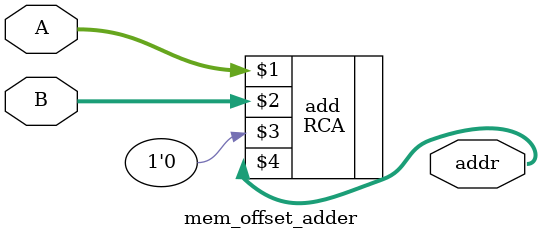
<source format=v>
module mem_offset_adder(
    input [31:0] A,
    input [31:0] B,
    output [31:0] addr
);
    // Adding given offset to given reg's value
    RCA add(A, B, 1'b0, addr);  
endmodule

</source>
